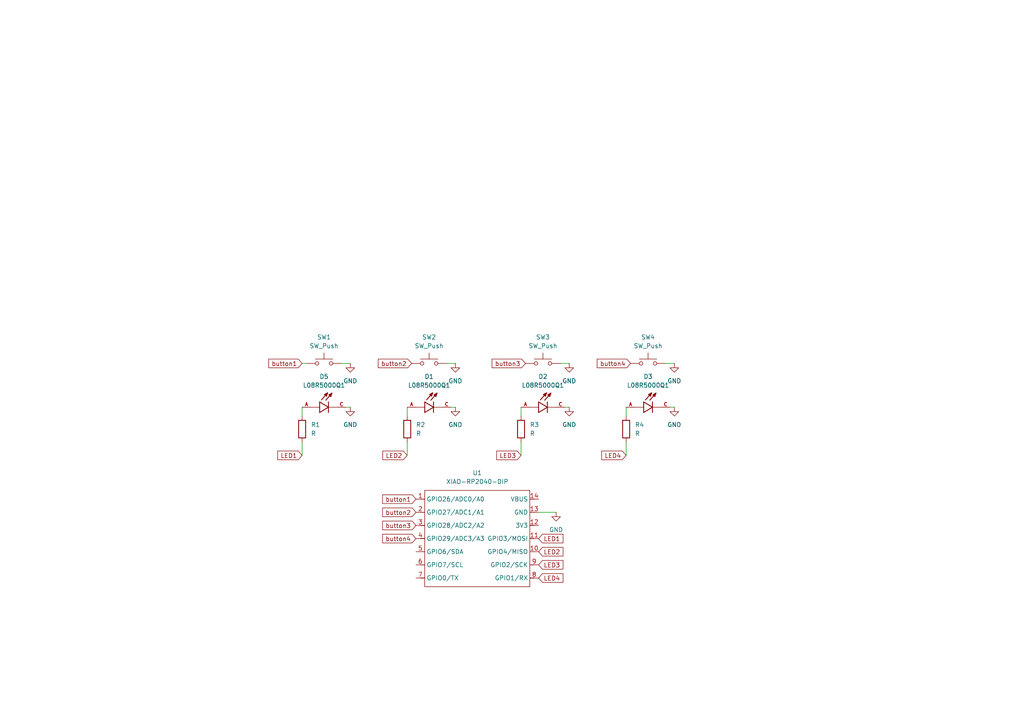
<source format=kicad_sch>
(kicad_sch
	(version 20250114)
	(generator "eeschema")
	(generator_version "9.0")
	(uuid "5f2adf14-d8a2-4446-9f46-d235e1906918")
	(paper "A4")
	(lib_symbols
		(symbol "Device:R"
			(pin_numbers
				(hide yes)
			)
			(pin_names
				(offset 0)
			)
			(exclude_from_sim no)
			(in_bom yes)
			(on_board yes)
			(property "Reference" "R"
				(at 2.032 0 90)
				(effects
					(font
						(size 1.27 1.27)
					)
				)
			)
			(property "Value" "R"
				(at 0 0 90)
				(effects
					(font
						(size 1.27 1.27)
					)
				)
			)
			(property "Footprint" ""
				(at -1.778 0 90)
				(effects
					(font
						(size 1.27 1.27)
					)
					(hide yes)
				)
			)
			(property "Datasheet" "~"
				(at 0 0 0)
				(effects
					(font
						(size 1.27 1.27)
					)
					(hide yes)
				)
			)
			(property "Description" "Resistor"
				(at 0 0 0)
				(effects
					(font
						(size 1.27 1.27)
					)
					(hide yes)
				)
			)
			(property "ki_keywords" "R res resistor"
				(at 0 0 0)
				(effects
					(font
						(size 1.27 1.27)
					)
					(hide yes)
				)
			)
			(property "ki_fp_filters" "R_*"
				(at 0 0 0)
				(effects
					(font
						(size 1.27 1.27)
					)
					(hide yes)
				)
			)
			(symbol "R_0_1"
				(rectangle
					(start -1.016 -2.54)
					(end 1.016 2.54)
					(stroke
						(width 0.254)
						(type default)
					)
					(fill
						(type none)
					)
				)
			)
			(symbol "R_1_1"
				(pin passive line
					(at 0 3.81 270)
					(length 1.27)
					(name "~"
						(effects
							(font
								(size 1.27 1.27)
							)
						)
					)
					(number "1"
						(effects
							(font
								(size 1.27 1.27)
							)
						)
					)
				)
				(pin passive line
					(at 0 -3.81 90)
					(length 1.27)
					(name "~"
						(effects
							(font
								(size 1.27 1.27)
							)
						)
					)
					(number "2"
						(effects
							(font
								(size 1.27 1.27)
							)
						)
					)
				)
			)
			(embedded_fonts no)
		)
		(symbol "L08R5000Q1:L08R5000Q1"
			(pin_names
				(offset 1.016)
			)
			(exclude_from_sim no)
			(in_bom yes)
			(on_board yes)
			(property "Reference" "D"
				(at -3.0988 4.4958 0)
				(effects
					(font
						(size 1.27 1.27)
					)
					(justify left bottom)
				)
			)
			(property "Value" "L08R5000Q1"
				(at -3.556 -3.302 0)
				(effects
					(font
						(size 1.27 1.27)
					)
					(justify left bottom)
				)
			)
			(property "Footprint" "L08R5000Q1:LEDRD254W57D500H1070"
				(at 0 0 0)
				(effects
					(font
						(size 1.27 1.27)
					)
					(justify bottom)
					(hide yes)
				)
			)
			(property "Datasheet" ""
				(at 0 0 0)
				(effects
					(font
						(size 1.27 1.27)
					)
					(hide yes)
				)
			)
			(property "Description" ""
				(at 0 0 0)
				(effects
					(font
						(size 1.27 1.27)
					)
					(hide yes)
				)
			)
			(property "MF" "LED Technology"
				(at 0 0 0)
				(effects
					(font
						(size 1.27 1.27)
					)
					(justify bottom)
					(hide yes)
				)
			)
			(property "MAXIMUM_PACKAGE_HEIGHT" "10.7mm"
				(at 0 0 0)
				(effects
					(font
						(size 1.27 1.27)
					)
					(justify bottom)
					(hide yes)
				)
			)
			(property "Package" "None"
				(at 0 0 0)
				(effects
					(font
						(size 1.27 1.27)
					)
					(justify bottom)
					(hide yes)
				)
			)
			(property "Price" "None"
				(at 0 0 0)
				(effects
					(font
						(size 1.27 1.27)
					)
					(justify bottom)
					(hide yes)
				)
			)
			(property "Check_prices" "https://www.snapeda.com/parts/L08R5000Q1/LED+Technology/view-part/?ref=eda"
				(at 0 0 0)
				(effects
					(font
						(size 1.27 1.27)
					)
					(justify bottom)
					(hide yes)
				)
			)
			(property "STANDARD" "IPC-7351B"
				(at 0 0 0)
				(effects
					(font
						(size 1.27 1.27)
					)
					(justify bottom)
					(hide yes)
				)
			)
			(property "PARTREV" "NA"
				(at 0 0 0)
				(effects
					(font
						(size 1.27 1.27)
					)
					(justify bottom)
					(hide yes)
				)
			)
			(property "SnapEDA_Link" "https://www.snapeda.com/parts/L08R5000Q1/LED+Technology/view-part/?ref=snap"
				(at 0 0 0)
				(effects
					(font
						(size 1.27 1.27)
					)
					(justify bottom)
					(hide yes)
				)
			)
			(property "MP" "L08R5000Q1"
				(at 0 0 0)
				(effects
					(font
						(size 1.27 1.27)
					)
					(justify bottom)
					(hide yes)
				)
			)
			(property "Description_1" "LED, 5MM, ORANGE; LED / Lamp Size: 5mm / T-1 3/4; LED Colour: Orange; Typ Luminous Intensity: 4.3mcd; Viewing Angle: ..."
				(at 0 0 0)
				(effects
					(font
						(size 1.27 1.27)
					)
					(justify bottom)
					(hide yes)
				)
			)
			(property "Availability" "Not in stock"
				(at 0 0 0)
				(effects
					(font
						(size 1.27 1.27)
					)
					(justify bottom)
					(hide yes)
				)
			)
			(property "MANUFACTURER" "LED TECHNOLOGY"
				(at 0 0 0)
				(effects
					(font
						(size 1.27 1.27)
					)
					(justify bottom)
					(hide yes)
				)
			)
			(symbol "L08R5000Q1_0_0"
				(polyline
					(pts
						(xy -2.54 1.524) (xy -2.54 0)
					)
					(stroke
						(width 0.254)
						(type default)
					)
					(fill
						(type none)
					)
				)
				(polyline
					(pts
						(xy -2.54 0) (xy -5.08 0)
					)
					(stroke
						(width 0.1524)
						(type default)
					)
					(fill
						(type none)
					)
				)
				(polyline
					(pts
						(xy -2.54 0) (xy -2.54 -1.524)
					)
					(stroke
						(width 0.254)
						(type default)
					)
					(fill
						(type none)
					)
				)
				(polyline
					(pts
						(xy -2.54 -1.524) (xy 0 0)
					)
					(stroke
						(width 0.254)
						(type default)
					)
					(fill
						(type none)
					)
				)
				(polyline
					(pts
						(xy -1.1176 3.683) (xy -0.2286 4.1656)
					)
					(stroke
						(width 0.254)
						(type default)
					)
					(fill
						(type none)
					)
				)
				(polyline
					(pts
						(xy -0.9398 3.6068) (xy -0.7112 3.7592)
					)
					(stroke
						(width 0.254)
						(type default)
					)
					(fill
						(type none)
					)
				)
				(polyline
					(pts
						(xy -0.5588 3.2004) (xy -1.1176 3.683)
					)
					(stroke
						(width 0.254)
						(type default)
					)
					(fill
						(type none)
					)
				)
				(polyline
					(pts
						(xy -0.5588 3.2004) (xy -0.5334 3.937)
					)
					(stroke
						(width 0.254)
						(type default)
					)
					(fill
						(type none)
					)
				)
				(polyline
					(pts
						(xy -0.5334 3.937) (xy -0.6604 3.937)
					)
					(stroke
						(width 0.254)
						(type default)
					)
					(fill
						(type none)
					)
				)
				(polyline
					(pts
						(xy -0.2286 4.1656) (xy -2.0066 2.1336)
					)
					(stroke
						(width 0.254)
						(type default)
					)
					(fill
						(type none)
					)
				)
				(polyline
					(pts
						(xy -0.2286 4.1656) (xy -0.5588 3.2004)
					)
					(stroke
						(width 0.254)
						(type default)
					)
					(fill
						(type none)
					)
				)
				(polyline
					(pts
						(xy 0 1.524) (xy 0 0)
					)
					(stroke
						(width 0.254)
						(type default)
					)
					(fill
						(type none)
					)
				)
				(polyline
					(pts
						(xy 0 0) (xy -2.54 1.524)
					)
					(stroke
						(width 0.254)
						(type default)
					)
					(fill
						(type none)
					)
				)
				(polyline
					(pts
						(xy 0 0) (xy 0 -1.524)
					)
					(stroke
						(width 0.254)
						(type default)
					)
					(fill
						(type none)
					)
				)
				(polyline
					(pts
						(xy 0.127 3.5814) (xy 1.016 4.064)
					)
					(stroke
						(width 0.254)
						(type default)
					)
					(fill
						(type none)
					)
				)
				(polyline
					(pts
						(xy 0.3048 3.5052) (xy 0.5334 3.6576)
					)
					(stroke
						(width 0.254)
						(type default)
					)
					(fill
						(type none)
					)
				)
				(polyline
					(pts
						(xy 0.6858 3.0988) (xy 0.127 3.5814)
					)
					(stroke
						(width 0.254)
						(type default)
					)
					(fill
						(type none)
					)
				)
				(polyline
					(pts
						(xy 0.6858 3.0988) (xy 0.7112 3.8354)
					)
					(stroke
						(width 0.254)
						(type default)
					)
					(fill
						(type none)
					)
				)
				(polyline
					(pts
						(xy 0.7112 3.8354) (xy 0.5842 3.8354)
					)
					(stroke
						(width 0.254)
						(type default)
					)
					(fill
						(type none)
					)
				)
				(polyline
					(pts
						(xy 1.016 4.064) (xy -0.762 2.032)
					)
					(stroke
						(width 0.254)
						(type default)
					)
					(fill
						(type none)
					)
				)
				(polyline
					(pts
						(xy 1.016 4.064) (xy 0.6858 3.0988)
					)
					(stroke
						(width 0.254)
						(type default)
					)
					(fill
						(type none)
					)
				)
				(polyline
					(pts
						(xy 2.54 0) (xy 0 0)
					)
					(stroke
						(width 0.1524)
						(type default)
					)
					(fill
						(type none)
					)
				)
				(pin passive line
					(at -7.62 0 0)
					(length 2.54)
					(name "~"
						(effects
							(font
								(size 1.016 1.016)
							)
						)
					)
					(number "A"
						(effects
							(font
								(size 1.016 1.016)
							)
						)
					)
				)
				(pin passive line
					(at 5.08 0 180)
					(length 2.54)
					(name "~"
						(effects
							(font
								(size 1.016 1.016)
							)
						)
					)
					(number "C"
						(effects
							(font
								(size 1.016 1.016)
							)
						)
					)
				)
			)
			(embedded_fonts no)
		)
		(symbol "OPL:XIAO-RP2040-DIP"
			(exclude_from_sim no)
			(in_bom yes)
			(on_board yes)
			(property "Reference" "U"
				(at 0 0 0)
				(effects
					(font
						(size 1.27 1.27)
					)
				)
			)
			(property "Value" "XIAO-RP2040-DIP"
				(at 5.334 -1.778 0)
				(effects
					(font
						(size 1.27 1.27)
					)
				)
			)
			(property "Footprint" "Module:MOUDLE14P-XIAO-DIP-SMD"
				(at 14.478 -32.258 0)
				(effects
					(font
						(size 1.27 1.27)
					)
					(hide yes)
				)
			)
			(property "Datasheet" ""
				(at 0 0 0)
				(effects
					(font
						(size 1.27 1.27)
					)
					(hide yes)
				)
			)
			(property "Description" ""
				(at 0 0 0)
				(effects
					(font
						(size 1.27 1.27)
					)
					(hide yes)
				)
			)
			(symbol "XIAO-RP2040-DIP_1_0"
				(polyline
					(pts
						(xy -1.27 -2.54) (xy 29.21 -2.54)
					)
					(stroke
						(width 0.1524)
						(type solid)
					)
					(fill
						(type none)
					)
				)
				(polyline
					(pts
						(xy -1.27 -5.08) (xy -2.54 -5.08)
					)
					(stroke
						(width 0.1524)
						(type solid)
					)
					(fill
						(type none)
					)
				)
				(polyline
					(pts
						(xy -1.27 -5.08) (xy -1.27 -2.54)
					)
					(stroke
						(width 0.1524)
						(type solid)
					)
					(fill
						(type none)
					)
				)
				(polyline
					(pts
						(xy -1.27 -8.89) (xy -2.54 -8.89)
					)
					(stroke
						(width 0.1524)
						(type solid)
					)
					(fill
						(type none)
					)
				)
				(polyline
					(pts
						(xy -1.27 -8.89) (xy -1.27 -5.08)
					)
					(stroke
						(width 0.1524)
						(type solid)
					)
					(fill
						(type none)
					)
				)
				(polyline
					(pts
						(xy -1.27 -12.7) (xy -2.54 -12.7)
					)
					(stroke
						(width 0.1524)
						(type solid)
					)
					(fill
						(type none)
					)
				)
				(polyline
					(pts
						(xy -1.27 -12.7) (xy -1.27 -8.89)
					)
					(stroke
						(width 0.1524)
						(type solid)
					)
					(fill
						(type none)
					)
				)
				(polyline
					(pts
						(xy -1.27 -16.51) (xy -2.54 -16.51)
					)
					(stroke
						(width 0.1524)
						(type solid)
					)
					(fill
						(type none)
					)
				)
				(polyline
					(pts
						(xy -1.27 -16.51) (xy -1.27 -12.7)
					)
					(stroke
						(width 0.1524)
						(type solid)
					)
					(fill
						(type none)
					)
				)
				(polyline
					(pts
						(xy -1.27 -20.32) (xy -2.54 -20.32)
					)
					(stroke
						(width 0.1524)
						(type solid)
					)
					(fill
						(type none)
					)
				)
				(polyline
					(pts
						(xy -1.27 -24.13) (xy -2.54 -24.13)
					)
					(stroke
						(width 0.1524)
						(type solid)
					)
					(fill
						(type none)
					)
				)
				(polyline
					(pts
						(xy -1.27 -27.94) (xy -2.54 -27.94)
					)
					(stroke
						(width 0.1524)
						(type solid)
					)
					(fill
						(type none)
					)
				)
				(polyline
					(pts
						(xy -1.27 -30.48) (xy -1.27 -16.51)
					)
					(stroke
						(width 0.1524)
						(type solid)
					)
					(fill
						(type none)
					)
				)
				(polyline
					(pts
						(xy 29.21 -2.54) (xy 29.21 -5.08)
					)
					(stroke
						(width 0.1524)
						(type solid)
					)
					(fill
						(type none)
					)
				)
				(polyline
					(pts
						(xy 29.21 -5.08) (xy 29.21 -8.89)
					)
					(stroke
						(width 0.1524)
						(type solid)
					)
					(fill
						(type none)
					)
				)
				(polyline
					(pts
						(xy 29.21 -8.89) (xy 29.21 -12.7)
					)
					(stroke
						(width 0.1524)
						(type solid)
					)
					(fill
						(type none)
					)
				)
				(polyline
					(pts
						(xy 29.21 -12.7) (xy 29.21 -30.48)
					)
					(stroke
						(width 0.1524)
						(type solid)
					)
					(fill
						(type none)
					)
				)
				(polyline
					(pts
						(xy 29.21 -30.48) (xy -1.27 -30.48)
					)
					(stroke
						(width 0.1524)
						(type solid)
					)
					(fill
						(type none)
					)
				)
				(polyline
					(pts
						(xy 30.48 -5.08) (xy 29.21 -5.08)
					)
					(stroke
						(width 0.1524)
						(type solid)
					)
					(fill
						(type none)
					)
				)
				(polyline
					(pts
						(xy 30.48 -8.89) (xy 29.21 -8.89)
					)
					(stroke
						(width 0.1524)
						(type solid)
					)
					(fill
						(type none)
					)
				)
				(polyline
					(pts
						(xy 30.48 -12.7) (xy 29.21 -12.7)
					)
					(stroke
						(width 0.1524)
						(type solid)
					)
					(fill
						(type none)
					)
				)
				(polyline
					(pts
						(xy 30.48 -16.51) (xy 29.21 -16.51)
					)
					(stroke
						(width 0.1524)
						(type solid)
					)
					(fill
						(type none)
					)
				)
				(polyline
					(pts
						(xy 30.48 -20.32) (xy 29.21 -20.32)
					)
					(stroke
						(width 0.1524)
						(type solid)
					)
					(fill
						(type none)
					)
				)
				(polyline
					(pts
						(xy 30.48 -24.13) (xy 29.21 -24.13)
					)
					(stroke
						(width 0.1524)
						(type solid)
					)
					(fill
						(type none)
					)
				)
				(polyline
					(pts
						(xy 30.48 -27.94) (xy 29.21 -27.94)
					)
					(stroke
						(width 0.1524)
						(type solid)
					)
					(fill
						(type none)
					)
				)
				(pin passive line
					(at -3.81 -5.08 0)
					(length 2.54)
					(name "GPIO26/ADC0/A0"
						(effects
							(font
								(size 1.27 1.27)
							)
						)
					)
					(number "1"
						(effects
							(font
								(size 1.27 1.27)
							)
						)
					)
				)
				(pin passive line
					(at -3.81 -8.89 0)
					(length 2.54)
					(name "GPIO27/ADC1/A1"
						(effects
							(font
								(size 1.27 1.27)
							)
						)
					)
					(number "2"
						(effects
							(font
								(size 1.27 1.27)
							)
						)
					)
				)
				(pin passive line
					(at -3.81 -12.7 0)
					(length 2.54)
					(name "GPIO28/ADC2/A2"
						(effects
							(font
								(size 1.27 1.27)
							)
						)
					)
					(number "3"
						(effects
							(font
								(size 1.27 1.27)
							)
						)
					)
				)
				(pin passive line
					(at -3.81 -16.51 0)
					(length 2.54)
					(name "GPIO29/ADC3/A3"
						(effects
							(font
								(size 1.27 1.27)
							)
						)
					)
					(number "4"
						(effects
							(font
								(size 1.27 1.27)
							)
						)
					)
				)
				(pin passive line
					(at -3.81 -20.32 0)
					(length 2.54)
					(name "GPIO6/SDA"
						(effects
							(font
								(size 1.27 1.27)
							)
						)
					)
					(number "5"
						(effects
							(font
								(size 1.27 1.27)
							)
						)
					)
				)
				(pin passive line
					(at -3.81 -24.13 0)
					(length 2.54)
					(name "GPIO7/SCL"
						(effects
							(font
								(size 1.27 1.27)
							)
						)
					)
					(number "6"
						(effects
							(font
								(size 1.27 1.27)
							)
						)
					)
				)
				(pin passive line
					(at -3.81 -27.94 0)
					(length 2.54)
					(name "GPIO0/TX"
						(effects
							(font
								(size 1.27 1.27)
							)
						)
					)
					(number "7"
						(effects
							(font
								(size 1.27 1.27)
							)
						)
					)
				)
				(pin passive line
					(at 31.75 -5.08 180)
					(length 2.54)
					(name "VBUS"
						(effects
							(font
								(size 1.27 1.27)
							)
						)
					)
					(number "14"
						(effects
							(font
								(size 1.27 1.27)
							)
						)
					)
				)
				(pin passive line
					(at 31.75 -8.89 180)
					(length 2.54)
					(name "GND"
						(effects
							(font
								(size 1.27 1.27)
							)
						)
					)
					(number "13"
						(effects
							(font
								(size 1.27 1.27)
							)
						)
					)
				)
				(pin passive line
					(at 31.75 -12.7 180)
					(length 2.54)
					(name "3V3"
						(effects
							(font
								(size 1.27 1.27)
							)
						)
					)
					(number "12"
						(effects
							(font
								(size 1.27 1.27)
							)
						)
					)
				)
				(pin passive line
					(at 31.75 -16.51 180)
					(length 2.54)
					(name "GPIO3/MOSI"
						(effects
							(font
								(size 1.27 1.27)
							)
						)
					)
					(number "11"
						(effects
							(font
								(size 1.27 1.27)
							)
						)
					)
				)
				(pin passive line
					(at 31.75 -20.32 180)
					(length 2.54)
					(name "GPIO4/MISO"
						(effects
							(font
								(size 1.27 1.27)
							)
						)
					)
					(number "10"
						(effects
							(font
								(size 1.27 1.27)
							)
						)
					)
				)
				(pin passive line
					(at 31.75 -24.13 180)
					(length 2.54)
					(name "GPIO2/SCK"
						(effects
							(font
								(size 1.27 1.27)
							)
						)
					)
					(number "9"
						(effects
							(font
								(size 1.27 1.27)
							)
						)
					)
				)
				(pin passive line
					(at 31.75 -27.94 180)
					(length 2.54)
					(name "GPIO1/RX"
						(effects
							(font
								(size 1.27 1.27)
							)
						)
					)
					(number "8"
						(effects
							(font
								(size 1.27 1.27)
							)
						)
					)
				)
			)
			(embedded_fonts no)
		)
		(symbol "Switch:SW_Push"
			(pin_numbers
				(hide yes)
			)
			(pin_names
				(offset 1.016)
				(hide yes)
			)
			(exclude_from_sim no)
			(in_bom yes)
			(on_board yes)
			(property "Reference" "SW"
				(at 1.27 2.54 0)
				(effects
					(font
						(size 1.27 1.27)
					)
					(justify left)
				)
			)
			(property "Value" "SW_Push"
				(at 0 -1.524 0)
				(effects
					(font
						(size 1.27 1.27)
					)
				)
			)
			(property "Footprint" ""
				(at 0 5.08 0)
				(effects
					(font
						(size 1.27 1.27)
					)
					(hide yes)
				)
			)
			(property "Datasheet" "~"
				(at 0 5.08 0)
				(effects
					(font
						(size 1.27 1.27)
					)
					(hide yes)
				)
			)
			(property "Description" "Push button switch, generic, two pins"
				(at 0 0 0)
				(effects
					(font
						(size 1.27 1.27)
					)
					(hide yes)
				)
			)
			(property "ki_keywords" "switch normally-open pushbutton push-button"
				(at 0 0 0)
				(effects
					(font
						(size 1.27 1.27)
					)
					(hide yes)
				)
			)
			(symbol "SW_Push_0_1"
				(circle
					(center -2.032 0)
					(radius 0.508)
					(stroke
						(width 0)
						(type default)
					)
					(fill
						(type none)
					)
				)
				(polyline
					(pts
						(xy 0 1.27) (xy 0 3.048)
					)
					(stroke
						(width 0)
						(type default)
					)
					(fill
						(type none)
					)
				)
				(circle
					(center 2.032 0)
					(radius 0.508)
					(stroke
						(width 0)
						(type default)
					)
					(fill
						(type none)
					)
				)
				(polyline
					(pts
						(xy 2.54 1.27) (xy -2.54 1.27)
					)
					(stroke
						(width 0)
						(type default)
					)
					(fill
						(type none)
					)
				)
				(pin passive line
					(at -5.08 0 0)
					(length 2.54)
					(name "1"
						(effects
							(font
								(size 1.27 1.27)
							)
						)
					)
					(number "1"
						(effects
							(font
								(size 1.27 1.27)
							)
						)
					)
				)
				(pin passive line
					(at 5.08 0 180)
					(length 2.54)
					(name "2"
						(effects
							(font
								(size 1.27 1.27)
							)
						)
					)
					(number "2"
						(effects
							(font
								(size 1.27 1.27)
							)
						)
					)
				)
			)
			(embedded_fonts no)
		)
		(symbol "power:GND"
			(power)
			(pin_numbers
				(hide yes)
			)
			(pin_names
				(offset 0)
				(hide yes)
			)
			(exclude_from_sim no)
			(in_bom yes)
			(on_board yes)
			(property "Reference" "#PWR"
				(at 0 -6.35 0)
				(effects
					(font
						(size 1.27 1.27)
					)
					(hide yes)
				)
			)
			(property "Value" "GND"
				(at 0 -3.81 0)
				(effects
					(font
						(size 1.27 1.27)
					)
				)
			)
			(property "Footprint" ""
				(at 0 0 0)
				(effects
					(font
						(size 1.27 1.27)
					)
					(hide yes)
				)
			)
			(property "Datasheet" ""
				(at 0 0 0)
				(effects
					(font
						(size 1.27 1.27)
					)
					(hide yes)
				)
			)
			(property "Description" "Power symbol creates a global label with name \"GND\" , ground"
				(at 0 0 0)
				(effects
					(font
						(size 1.27 1.27)
					)
					(hide yes)
				)
			)
			(property "ki_keywords" "global power"
				(at 0 0 0)
				(effects
					(font
						(size 1.27 1.27)
					)
					(hide yes)
				)
			)
			(symbol "GND_0_1"
				(polyline
					(pts
						(xy 0 0) (xy 0 -1.27) (xy 1.27 -1.27) (xy 0 -2.54) (xy -1.27 -1.27) (xy 0 -1.27)
					)
					(stroke
						(width 0)
						(type default)
					)
					(fill
						(type none)
					)
				)
			)
			(symbol "GND_1_1"
				(pin power_in line
					(at 0 0 270)
					(length 0)
					(name "~"
						(effects
							(font
								(size 1.27 1.27)
							)
						)
					)
					(number "1"
						(effects
							(font
								(size 1.27 1.27)
							)
						)
					)
				)
			)
			(embedded_fonts no)
		)
	)
	(wire
		(pts
			(xy 130.81 118.11) (xy 132.08 118.11)
		)
		(stroke
			(width 0)
			(type default)
		)
		(uuid "0371eb60-e171-4c53-86a9-c0c30a09ddb5")
	)
	(wire
		(pts
			(xy 156.21 148.59) (xy 161.29 148.59)
		)
		(stroke
			(width 0)
			(type default)
		)
		(uuid "03854b15-8e7e-4765-9afa-23d550711641")
	)
	(wire
		(pts
			(xy 194.31 118.11) (xy 195.58 118.11)
		)
		(stroke
			(width 0)
			(type default)
		)
		(uuid "083770ec-41bc-48ea-8143-f68b9fbeb7c1")
	)
	(wire
		(pts
			(xy 129.54 105.41) (xy 132.08 105.41)
		)
		(stroke
			(width 0)
			(type default)
		)
		(uuid "181586b7-523c-47b4-8277-93a949fd9454")
	)
	(wire
		(pts
			(xy 162.56 105.41) (xy 165.1 105.41)
		)
		(stroke
			(width 0)
			(type default)
		)
		(uuid "3b0bad70-9e01-40bd-824b-6e45a8640ca3")
	)
	(wire
		(pts
			(xy 118.11 128.27) (xy 118.11 132.08)
		)
		(stroke
			(width 0)
			(type default)
		)
		(uuid "4b9e9320-c6d9-42a8-9dd1-b9d0cf5dcbc9")
	)
	(wire
		(pts
			(xy 163.83 118.11) (xy 165.1 118.11)
		)
		(stroke
			(width 0)
			(type default)
		)
		(uuid "50b299ca-66f8-435f-9aea-82c0bbb428ab")
	)
	(wire
		(pts
			(xy 88.9 105.41) (xy 87.63 105.41)
		)
		(stroke
			(width 0)
			(type default)
		)
		(uuid "68464b46-fcbd-4c4a-8a58-6cca2358a323")
	)
	(wire
		(pts
			(xy 151.13 120.65) (xy 151.13 118.11)
		)
		(stroke
			(width 0)
			(type default)
		)
		(uuid "80ef4032-fa7a-48aa-a95a-bbe48c588382")
	)
	(wire
		(pts
			(xy 99.06 105.41) (xy 101.6 105.41)
		)
		(stroke
			(width 0)
			(type default)
		)
		(uuid "8cc6695d-fa94-4ce3-b623-493a0098df18")
	)
	(wire
		(pts
			(xy 87.63 120.65) (xy 87.63 118.11)
		)
		(stroke
			(width 0)
			(type default)
		)
		(uuid "93a7ba70-4b0a-43d9-92a2-7d345ff554f7")
	)
	(wire
		(pts
			(xy 118.11 120.65) (xy 118.11 118.11)
		)
		(stroke
			(width 0)
			(type default)
		)
		(uuid "a4db5677-68c6-4a34-bd08-0743ba15f300")
	)
	(wire
		(pts
			(xy 100.33 118.11) (xy 101.6 118.11)
		)
		(stroke
			(width 0)
			(type default)
		)
		(uuid "a89e4e20-3945-4e45-ad21-621ee45fa0ef")
	)
	(wire
		(pts
			(xy 193.04 105.41) (xy 195.58 105.41)
		)
		(stroke
			(width 0)
			(type default)
		)
		(uuid "b5559922-7c55-41bf-b053-43f4dea8dffd")
	)
	(wire
		(pts
			(xy 87.63 128.27) (xy 87.63 132.08)
		)
		(stroke
			(width 0)
			(type default)
		)
		(uuid "cb4926d5-65ce-42b7-84f1-5f21a3895d5f")
	)
	(wire
		(pts
			(xy 151.13 128.27) (xy 151.13 132.08)
		)
		(stroke
			(width 0)
			(type default)
		)
		(uuid "db94daf9-8825-447b-b03f-ed73643aeded")
	)
	(wire
		(pts
			(xy 181.61 120.65) (xy 181.61 118.11)
		)
		(stroke
			(width 0)
			(type default)
		)
		(uuid "eb9a7528-61cf-48e0-9ace-d9cb15a911d3")
	)
	(wire
		(pts
			(xy 181.61 128.27) (xy 181.61 132.08)
		)
		(stroke
			(width 0)
			(type default)
		)
		(uuid "f1339340-b913-4ed4-a533-33334ff55690")
	)
	(global_label "LED1"
		(shape input)
		(at 87.63 132.08 180)
		(fields_autoplaced yes)
		(effects
			(font
				(size 1.27 1.27)
			)
			(justify right)
		)
		(uuid "2b50a8d9-f58a-4dd5-b731-0075bb84d3e3")
		(property "Intersheetrefs" "${INTERSHEET_REFS}"
			(at 79.9882 132.08 0)
			(effects
				(font
					(size 1.27 1.27)
				)
				(justify right)
				(hide yes)
			)
		)
	)
	(global_label "button3"
		(shape input)
		(at 152.4 105.41 180)
		(fields_autoplaced yes)
		(effects
			(font
				(size 1.27 1.27)
			)
			(justify right)
		)
		(uuid "2b926081-05da-44f7-a0db-ca37969aa53f")
		(property "Intersheetrefs" "${INTERSHEET_REFS}"
			(at 142.1579 105.41 0)
			(effects
				(font
					(size 1.27 1.27)
				)
				(justify right)
				(hide yes)
			)
		)
	)
	(global_label "button4"
		(shape input)
		(at 182.88 105.41 180)
		(fields_autoplaced yes)
		(effects
			(font
				(size 1.27 1.27)
			)
			(justify right)
		)
		(uuid "32f85f4a-1d11-4fa0-99f6-56c881259dbd")
		(property "Intersheetrefs" "${INTERSHEET_REFS}"
			(at 172.6379 105.41 0)
			(effects
				(font
					(size 1.27 1.27)
				)
				(justify right)
				(hide yes)
			)
		)
	)
	(global_label "button3"
		(shape input)
		(at 120.65 152.4 180)
		(fields_autoplaced yes)
		(effects
			(font
				(size 1.27 1.27)
			)
			(justify right)
		)
		(uuid "38de013c-202c-4e90-8a3a-f024f29d7368")
		(property "Intersheetrefs" "${INTERSHEET_REFS}"
			(at 110.4079 152.4 0)
			(effects
				(font
					(size 1.27 1.27)
				)
				(justify right)
				(hide yes)
			)
		)
	)
	(global_label "LED4"
		(shape input)
		(at 181.61 132.08 180)
		(fields_autoplaced yes)
		(effects
			(font
				(size 1.27 1.27)
			)
			(justify right)
		)
		(uuid "3f431506-4aa3-411a-881d-a9538752ab63")
		(property "Intersheetrefs" "${INTERSHEET_REFS}"
			(at 173.9682 132.08 0)
			(effects
				(font
					(size 1.27 1.27)
				)
				(justify right)
				(hide yes)
			)
		)
	)
	(global_label "LED3"
		(shape input)
		(at 151.13 132.08 180)
		(fields_autoplaced yes)
		(effects
			(font
				(size 1.27 1.27)
			)
			(justify right)
		)
		(uuid "4c9b0db6-8932-412e-9004-78b5b924e36d")
		(property "Intersheetrefs" "${INTERSHEET_REFS}"
			(at 143.4882 132.08 0)
			(effects
				(font
					(size 1.27 1.27)
				)
				(justify right)
				(hide yes)
			)
		)
	)
	(global_label "LED2"
		(shape input)
		(at 156.21 160.02 0)
		(fields_autoplaced yes)
		(effects
			(font
				(size 1.27 1.27)
			)
			(justify left)
		)
		(uuid "79420885-4e28-481e-b919-c30e71b2cd4c")
		(property "Intersheetrefs" "${INTERSHEET_REFS}"
			(at 163.8518 160.02 0)
			(effects
				(font
					(size 1.27 1.27)
				)
				(justify left)
				(hide yes)
			)
		)
	)
	(global_label "LED4"
		(shape input)
		(at 156.21 167.64 0)
		(fields_autoplaced yes)
		(effects
			(font
				(size 1.27 1.27)
			)
			(justify left)
		)
		(uuid "7a816df2-bd7b-4800-be3a-26f93c72e5e2")
		(property "Intersheetrefs" "${INTERSHEET_REFS}"
			(at 163.8518 167.64 0)
			(effects
				(font
					(size 1.27 1.27)
				)
				(justify left)
				(hide yes)
			)
		)
	)
	(global_label "button1"
		(shape input)
		(at 87.63 105.41 180)
		(fields_autoplaced yes)
		(effects
			(font
				(size 1.27 1.27)
			)
			(justify right)
		)
		(uuid "7bad79e7-13d6-4b1d-a9a4-cade0c4a5237")
		(property "Intersheetrefs" "${INTERSHEET_REFS}"
			(at 77.3879 105.41 0)
			(effects
				(font
					(size 1.27 1.27)
				)
				(justify right)
				(hide yes)
			)
		)
	)
	(global_label "LED1"
		(shape input)
		(at 156.21 156.21 0)
		(fields_autoplaced yes)
		(effects
			(font
				(size 1.27 1.27)
			)
			(justify left)
		)
		(uuid "9fa463d3-22cc-4b93-8fe1-9b8828d4b110")
		(property "Intersheetrefs" "${INTERSHEET_REFS}"
			(at 163.8518 156.21 0)
			(effects
				(font
					(size 1.27 1.27)
				)
				(justify left)
				(hide yes)
			)
		)
	)
	(global_label "button4"
		(shape input)
		(at 120.65 156.21 180)
		(fields_autoplaced yes)
		(effects
			(font
				(size 1.27 1.27)
			)
			(justify right)
		)
		(uuid "a9bfb691-75f5-4ea5-a9ec-4965538e1d28")
		(property "Intersheetrefs" "${INTERSHEET_REFS}"
			(at 110.4079 156.21 0)
			(effects
				(font
					(size 1.27 1.27)
				)
				(justify right)
				(hide yes)
			)
		)
	)
	(global_label "button1"
		(shape input)
		(at 120.65 144.78 180)
		(fields_autoplaced yes)
		(effects
			(font
				(size 1.27 1.27)
			)
			(justify right)
		)
		(uuid "b1620d5f-5460-484a-b389-a865e5e3de84")
		(property "Intersheetrefs" "${INTERSHEET_REFS}"
			(at 110.4079 144.78 0)
			(effects
				(font
					(size 1.27 1.27)
				)
				(justify right)
				(hide yes)
			)
		)
	)
	(global_label "button2"
		(shape input)
		(at 119.38 105.41 180)
		(fields_autoplaced yes)
		(effects
			(font
				(size 1.27 1.27)
			)
			(justify right)
		)
		(uuid "b5486727-d9c8-4076-9293-91e47dc615b2")
		(property "Intersheetrefs" "${INTERSHEET_REFS}"
			(at 109.1379 105.41 0)
			(effects
				(font
					(size 1.27 1.27)
				)
				(justify right)
				(hide yes)
			)
		)
	)
	(global_label "button2"
		(shape input)
		(at 120.65 148.59 180)
		(fields_autoplaced yes)
		(effects
			(font
				(size 1.27 1.27)
			)
			(justify right)
		)
		(uuid "cf55caa9-ab8a-415a-9f1e-fd13c328345c")
		(property "Intersheetrefs" "${INTERSHEET_REFS}"
			(at 110.4079 148.59 0)
			(effects
				(font
					(size 1.27 1.27)
				)
				(justify right)
				(hide yes)
			)
		)
	)
	(global_label "LED3"
		(shape input)
		(at 156.21 163.83 0)
		(fields_autoplaced yes)
		(effects
			(font
				(size 1.27 1.27)
			)
			(justify left)
		)
		(uuid "ebafce27-80e2-4db8-a764-05906050ca12")
		(property "Intersheetrefs" "${INTERSHEET_REFS}"
			(at 163.8518 163.83 0)
			(effects
				(font
					(size 1.27 1.27)
				)
				(justify left)
				(hide yes)
			)
		)
	)
	(global_label "LED2"
		(shape input)
		(at 118.11 132.08 180)
		(fields_autoplaced yes)
		(effects
			(font
				(size 1.27 1.27)
			)
			(justify right)
		)
		(uuid "ecc68a2d-1c8e-4c4a-b00a-016a24f37465")
		(property "Intersheetrefs" "${INTERSHEET_REFS}"
			(at 110.4682 132.08 0)
			(effects
				(font
					(size 1.27 1.27)
				)
				(justify right)
				(hide yes)
			)
		)
	)
	(symbol
		(lib_id "Device:R")
		(at 87.63 124.46 0)
		(unit 1)
		(exclude_from_sim no)
		(in_bom yes)
		(on_board yes)
		(dnp no)
		(fields_autoplaced yes)
		(uuid "0f9df5b2-5612-465c-80ea-b5e8e6c0d070")
		(property "Reference" "R1"
			(at 90.17 123.1899 0)
			(effects
				(font
					(size 1.27 1.27)
				)
				(justify left)
			)
		)
		(property "Value" "R"
			(at 90.17 125.7299 0)
			(effects
				(font
					(size 1.27 1.27)
				)
				(justify left)
			)
		)
		(property "Footprint" "Resistor_THT:R_Axial_DIN0204_L3.6mm_D1.6mm_P5.08mm_Horizontal"
			(at 85.852 124.46 90)
			(effects
				(font
					(size 1.27 1.27)
				)
				(hide yes)
			)
		)
		(property "Datasheet" "~"
			(at 87.63 124.46 0)
			(effects
				(font
					(size 1.27 1.27)
				)
				(hide yes)
			)
		)
		(property "Description" "Resistor"
			(at 87.63 124.46 0)
			(effects
				(font
					(size 1.27 1.27)
				)
				(hide yes)
			)
		)
		(pin "2"
			(uuid "c9a4b1fb-68e3-487b-88fb-83729ae3572c")
		)
		(pin "1"
			(uuid "44c12632-3680-4bb8-b993-393bbd996224")
		)
		(instances
			(project ""
				(path "/5f2adf14-d8a2-4446-9f46-d235e1906918"
					(reference "R1")
					(unit 1)
				)
			)
		)
	)
	(symbol
		(lib_id "power:GND")
		(at 161.29 148.59 0)
		(unit 1)
		(exclude_from_sim no)
		(in_bom yes)
		(on_board yes)
		(dnp no)
		(fields_autoplaced yes)
		(uuid "20be0161-6e41-4f7f-a03d-78a77bae7380")
		(property "Reference" "#PWR01"
			(at 161.29 154.94 0)
			(effects
				(font
					(size 1.27 1.27)
				)
				(hide yes)
			)
		)
		(property "Value" "GND"
			(at 161.29 153.67 0)
			(effects
				(font
					(size 1.27 1.27)
				)
			)
		)
		(property "Footprint" ""
			(at 161.29 148.59 0)
			(effects
				(font
					(size 1.27 1.27)
				)
				(hide yes)
			)
		)
		(property "Datasheet" ""
			(at 161.29 148.59 0)
			(effects
				(font
					(size 1.27 1.27)
				)
				(hide yes)
			)
		)
		(property "Description" "Power symbol creates a global label with name \"GND\" , ground"
			(at 161.29 148.59 0)
			(effects
				(font
					(size 1.27 1.27)
				)
				(hide yes)
			)
		)
		(pin "1"
			(uuid "8b94ebb0-dc5e-4c77-a280-6ceb80eb62ef")
		)
		(instances
			(project ""
				(path "/5f2adf14-d8a2-4446-9f46-d235e1906918"
					(reference "#PWR01")
					(unit 1)
				)
			)
		)
	)
	(symbol
		(lib_id "L08R5000Q1:L08R5000Q1")
		(at 95.25 118.11 0)
		(unit 1)
		(exclude_from_sim no)
		(in_bom yes)
		(on_board yes)
		(dnp no)
		(fields_autoplaced yes)
		(uuid "306e5aff-bbd9-41c0-8aed-d09945648fb1")
		(property "Reference" "D5"
			(at 93.98 109.22 0)
			(effects
				(font
					(size 1.27 1.27)
				)
			)
		)
		(property "Value" "L08R5000Q1"
			(at 93.98 111.76 0)
			(effects
				(font
					(size 1.27 1.27)
				)
			)
		)
		(property "Footprint" "L08R5000Q1:LEDRD254W57D500H1070"
			(at 95.25 118.11 0)
			(effects
				(font
					(size 1.27 1.27)
				)
				(justify bottom)
				(hide yes)
			)
		)
		(property "Datasheet" ""
			(at 95.25 118.11 0)
			(effects
				(font
					(size 1.27 1.27)
				)
				(hide yes)
			)
		)
		(property "Description" ""
			(at 95.25 118.11 0)
			(effects
				(font
					(size 1.27 1.27)
				)
				(hide yes)
			)
		)
		(property "MF" "LED Technology"
			(at 95.25 118.11 0)
			(effects
				(font
					(size 1.27 1.27)
				)
				(justify bottom)
				(hide yes)
			)
		)
		(property "MAXIMUM_PACKAGE_HEIGHT" "10.7mm"
			(at 95.25 118.11 0)
			(effects
				(font
					(size 1.27 1.27)
				)
				(justify bottom)
				(hide yes)
			)
		)
		(property "Package" "None"
			(at 95.25 118.11 0)
			(effects
				(font
					(size 1.27 1.27)
				)
				(justify bottom)
				(hide yes)
			)
		)
		(property "Price" "None"
			(at 95.25 118.11 0)
			(effects
				(font
					(size 1.27 1.27)
				)
				(justify bottom)
				(hide yes)
			)
		)
		(property "Check_prices" "https://www.snapeda.com/parts/L08R5000Q1/LED+Technology/view-part/?ref=eda"
			(at 95.25 118.11 0)
			(effects
				(font
					(size 1.27 1.27)
				)
				(justify bottom)
				(hide yes)
			)
		)
		(property "STANDARD" "IPC-7351B"
			(at 95.25 118.11 0)
			(effects
				(font
					(size 1.27 1.27)
				)
				(justify bottom)
				(hide yes)
			)
		)
		(property "PARTREV" "NA"
			(at 95.25 118.11 0)
			(effects
				(font
					(size 1.27 1.27)
				)
				(justify bottom)
				(hide yes)
			)
		)
		(property "SnapEDA_Link" "https://www.snapeda.com/parts/L08R5000Q1/LED+Technology/view-part/?ref=snap"
			(at 95.25 118.11 0)
			(effects
				(font
					(size 1.27 1.27)
				)
				(justify bottom)
				(hide yes)
			)
		)
		(property "MP" "L08R5000Q1"
			(at 95.25 118.11 0)
			(effects
				(font
					(size 1.27 1.27)
				)
				(justify bottom)
				(hide yes)
			)
		)
		(property "Description_1" "LED, 5MM, ORANGE; LED / Lamp Size: 5mm / T-1 3/4; LED Colour: Orange; Typ Luminous Intensity: 4.3mcd; Viewing Angle: ..."
			(at 95.25 118.11 0)
			(effects
				(font
					(size 1.27 1.27)
				)
				(justify bottom)
				(hide yes)
			)
		)
		(property "Availability" "Not in stock"
			(at 95.25 118.11 0)
			(effects
				(font
					(size 1.27 1.27)
				)
				(justify bottom)
				(hide yes)
			)
		)
		(property "MANUFACTURER" "LED TECHNOLOGY"
			(at 95.25 118.11 0)
			(effects
				(font
					(size 1.27 1.27)
				)
				(justify bottom)
				(hide yes)
			)
		)
		(pin "C"
			(uuid "6b590c7d-22f2-4cdd-9472-e1c2cb037526")
		)
		(pin "A"
			(uuid "19f328fd-db9b-4c6b-be5d-bd7ec2e0d138")
		)
		(instances
			(project "pioneer"
				(path "/5f2adf14-d8a2-4446-9f46-d235e1906918"
					(reference "D5")
					(unit 1)
				)
			)
		)
	)
	(symbol
		(lib_id "power:GND")
		(at 165.1 105.41 0)
		(unit 1)
		(exclude_from_sim no)
		(in_bom yes)
		(on_board yes)
		(dnp no)
		(fields_autoplaced yes)
		(uuid "49597bae-afd7-49cd-b081-bafeadb9e586")
		(property "Reference" "#PWR04"
			(at 165.1 111.76 0)
			(effects
				(font
					(size 1.27 1.27)
				)
				(hide yes)
			)
		)
		(property "Value" "GND"
			(at 165.1 110.49 0)
			(effects
				(font
					(size 1.27 1.27)
				)
			)
		)
		(property "Footprint" ""
			(at 165.1 105.41 0)
			(effects
				(font
					(size 1.27 1.27)
				)
				(hide yes)
			)
		)
		(property "Datasheet" ""
			(at 165.1 105.41 0)
			(effects
				(font
					(size 1.27 1.27)
				)
				(hide yes)
			)
		)
		(property "Description" "Power symbol creates a global label with name \"GND\" , ground"
			(at 165.1 105.41 0)
			(effects
				(font
					(size 1.27 1.27)
				)
				(hide yes)
			)
		)
		(pin "1"
			(uuid "1fdeb413-0150-4756-9f67-e6c24edfce7e")
		)
		(instances
			(project "pioneer"
				(path "/5f2adf14-d8a2-4446-9f46-d235e1906918"
					(reference "#PWR04")
					(unit 1)
				)
			)
		)
	)
	(symbol
		(lib_id "Switch:SW_Push")
		(at 187.96 105.41 0)
		(unit 1)
		(exclude_from_sim no)
		(in_bom yes)
		(on_board yes)
		(dnp no)
		(fields_autoplaced yes)
		(uuid "4ac8c4f2-5887-496e-abc8-8d88f67e1013")
		(property "Reference" "SW4"
			(at 187.96 97.79 0)
			(effects
				(font
					(size 1.27 1.27)
				)
			)
		)
		(property "Value" "SW_Push"
			(at 187.96 100.33 0)
			(effects
				(font
					(size 1.27 1.27)
				)
			)
		)
		(property "Footprint" "Button_Switch_Keyboard:SW_Cherry_MX_1.00u_PCB"
			(at 187.96 100.33 0)
			(effects
				(font
					(size 1.27 1.27)
				)
				(hide yes)
			)
		)
		(property "Datasheet" "~"
			(at 187.96 100.33 0)
			(effects
				(font
					(size 1.27 1.27)
				)
				(hide yes)
			)
		)
		(property "Description" "Push button switch, generic, two pins"
			(at 187.96 105.41 0)
			(effects
				(font
					(size 1.27 1.27)
				)
				(hide yes)
			)
		)
		(pin "2"
			(uuid "ade45f13-fc1c-4bea-ae2f-3fcba46b424e")
		)
		(pin "1"
			(uuid "ba87a4c7-e10d-48f2-9963-3364a808c80b")
		)
		(instances
			(project "pioneer"
				(path "/5f2adf14-d8a2-4446-9f46-d235e1906918"
					(reference "SW4")
					(unit 1)
				)
			)
		)
	)
	(symbol
		(lib_id "L08R5000Q1:L08R5000Q1")
		(at 125.73 118.11 0)
		(unit 1)
		(exclude_from_sim no)
		(in_bom yes)
		(on_board yes)
		(dnp no)
		(fields_autoplaced yes)
		(uuid "573e0044-c6ad-4232-9f13-4eaf1acce6aa")
		(property "Reference" "D1"
			(at 124.46 109.22 0)
			(effects
				(font
					(size 1.27 1.27)
				)
			)
		)
		(property "Value" "L08R5000Q1"
			(at 124.46 111.76 0)
			(effects
				(font
					(size 1.27 1.27)
				)
			)
		)
		(property "Footprint" "L08R5000Q1:LEDRD254W57D500H1070"
			(at 125.73 118.11 0)
			(effects
				(font
					(size 1.27 1.27)
				)
				(justify bottom)
				(hide yes)
			)
		)
		(property "Datasheet" ""
			(at 125.73 118.11 0)
			(effects
				(font
					(size 1.27 1.27)
				)
				(hide yes)
			)
		)
		(property "Description" ""
			(at 125.73 118.11 0)
			(effects
				(font
					(size 1.27 1.27)
				)
				(hide yes)
			)
		)
		(property "MF" "LED Technology"
			(at 125.73 118.11 0)
			(effects
				(font
					(size 1.27 1.27)
				)
				(justify bottom)
				(hide yes)
			)
		)
		(property "MAXIMUM_PACKAGE_HEIGHT" "10.7mm"
			(at 125.73 118.11 0)
			(effects
				(font
					(size 1.27 1.27)
				)
				(justify bottom)
				(hide yes)
			)
		)
		(property "Package" "None"
			(at 125.73 118.11 0)
			(effects
				(font
					(size 1.27 1.27)
				)
				(justify bottom)
				(hide yes)
			)
		)
		(property "Price" "None"
			(at 125.73 118.11 0)
			(effects
				(font
					(size 1.27 1.27)
				)
				(justify bottom)
				(hide yes)
			)
		)
		(property "Check_prices" "https://www.snapeda.com/parts/L08R5000Q1/LED+Technology/view-part/?ref=eda"
			(at 125.73 118.11 0)
			(effects
				(font
					(size 1.27 1.27)
				)
				(justify bottom)
				(hide yes)
			)
		)
		(property "STANDARD" "IPC-7351B"
			(at 125.73 118.11 0)
			(effects
				(font
					(size 1.27 1.27)
				)
				(justify bottom)
				(hide yes)
			)
		)
		(property "PARTREV" "NA"
			(at 125.73 118.11 0)
			(effects
				(font
					(size 1.27 1.27)
				)
				(justify bottom)
				(hide yes)
			)
		)
		(property "SnapEDA_Link" "https://www.snapeda.com/parts/L08R5000Q1/LED+Technology/view-part/?ref=snap"
			(at 125.73 118.11 0)
			(effects
				(font
					(size 1.27 1.27)
				)
				(justify bottom)
				(hide yes)
			)
		)
		(property "MP" "L08R5000Q1"
			(at 125.73 118.11 0)
			(effects
				(font
					(size 1.27 1.27)
				)
				(justify bottom)
				(hide yes)
			)
		)
		(property "Description_1" "LED, 5MM, ORANGE; LED / Lamp Size: 5mm / T-1 3/4; LED Colour: Orange; Typ Luminous Intensity: 4.3mcd; Viewing Angle: ..."
			(at 125.73 118.11 0)
			(effects
				(font
					(size 1.27 1.27)
				)
				(justify bottom)
				(hide yes)
			)
		)
		(property "Availability" "Not in stock"
			(at 125.73 118.11 0)
			(effects
				(font
					(size 1.27 1.27)
				)
				(justify bottom)
				(hide yes)
			)
		)
		(property "MANUFACTURER" "LED TECHNOLOGY"
			(at 125.73 118.11 0)
			(effects
				(font
					(size 1.27 1.27)
				)
				(justify bottom)
				(hide yes)
			)
		)
		(pin "C"
			(uuid "13a58e21-4c4b-4642-ad44-0533ffb9fa38")
		)
		(pin "A"
			(uuid "4cfe9737-dc14-4cd5-bb53-cce337126df2")
		)
		(instances
			(project "pioneer"
				(path "/5f2adf14-d8a2-4446-9f46-d235e1906918"
					(reference "D1")
					(unit 1)
				)
			)
		)
	)
	(symbol
		(lib_id "power:GND")
		(at 165.1 118.11 0)
		(unit 1)
		(exclude_from_sim no)
		(in_bom yes)
		(on_board yes)
		(dnp no)
		(fields_autoplaced yes)
		(uuid "60013edb-343c-4e08-9f00-9213c1e39773")
		(property "Reference" "#PWR08"
			(at 165.1 124.46 0)
			(effects
				(font
					(size 1.27 1.27)
				)
				(hide yes)
			)
		)
		(property "Value" "GND"
			(at 165.1 123.19 0)
			(effects
				(font
					(size 1.27 1.27)
				)
			)
		)
		(property "Footprint" ""
			(at 165.1 118.11 0)
			(effects
				(font
					(size 1.27 1.27)
				)
				(hide yes)
			)
		)
		(property "Datasheet" ""
			(at 165.1 118.11 0)
			(effects
				(font
					(size 1.27 1.27)
				)
				(hide yes)
			)
		)
		(property "Description" "Power symbol creates a global label with name \"GND\" , ground"
			(at 165.1 118.11 0)
			(effects
				(font
					(size 1.27 1.27)
				)
				(hide yes)
			)
		)
		(pin "1"
			(uuid "e2546853-550c-48c9-a122-0f4791c96594")
		)
		(instances
			(project "pioneer"
				(path "/5f2adf14-d8a2-4446-9f46-d235e1906918"
					(reference "#PWR08")
					(unit 1)
				)
			)
		)
	)
	(symbol
		(lib_id "OPL:XIAO-RP2040-DIP")
		(at 124.46 139.7 0)
		(unit 1)
		(exclude_from_sim no)
		(in_bom yes)
		(on_board yes)
		(dnp no)
		(fields_autoplaced yes)
		(uuid "6894066b-e147-4a98-a081-b2c690ed43ed")
		(property "Reference" "U1"
			(at 138.43 137.16 0)
			(effects
				(font
					(size 1.27 1.27)
				)
			)
		)
		(property "Value" "XIAO-RP2040-DIP"
			(at 138.43 139.7 0)
			(effects
				(font
					(size 1.27 1.27)
				)
			)
		)
		(property "Footprint" "OPL:XIAO-RP2040-DIP"
			(at 138.938 171.958 0)
			(effects
				(font
					(size 1.27 1.27)
				)
				(hide yes)
			)
		)
		(property "Datasheet" ""
			(at 124.46 139.7 0)
			(effects
				(font
					(size 1.27 1.27)
				)
				(hide yes)
			)
		)
		(property "Description" ""
			(at 124.46 139.7 0)
			(effects
				(font
					(size 1.27 1.27)
				)
				(hide yes)
			)
		)
		(pin "3"
			(uuid "96259da2-226d-43c8-9ea1-b1a9257e4d41")
		)
		(pin "10"
			(uuid "7728374e-556e-47b0-928b-ad1f3ac39ab9")
		)
		(pin "1"
			(uuid "f0109986-5b10-4e2c-b9c0-754c480a2776")
		)
		(pin "2"
			(uuid "f8d84f9f-4717-4a42-ab15-44f998c077a5")
		)
		(pin "6"
			(uuid "0edf33fc-c903-4ec3-b97e-17e0a2dc90ba")
		)
		(pin "13"
			(uuid "6495983f-8315-43ec-b72e-0cf2c0c00aaf")
		)
		(pin "14"
			(uuid "54ed3474-930e-49de-ad64-c3888bba8c52")
		)
		(pin "11"
			(uuid "05809516-2d2f-4e36-885d-58f21f0809e5")
		)
		(pin "9"
			(uuid "ffa6e2aa-6a96-4a68-8d97-4510fc194e0f")
		)
		(pin "4"
			(uuid "1d08503f-da8d-4976-89f8-fdf248a23ebc")
		)
		(pin "8"
			(uuid "6f6dab47-09f7-4f54-bc4b-7fd3361f80ce")
		)
		(pin "5"
			(uuid "e8166f45-7a44-47b1-aed6-a9b2e1abc1cf")
		)
		(pin "7"
			(uuid "9ca71de1-cff3-412e-9bad-787104479bdf")
		)
		(pin "12"
			(uuid "5e6de812-63e9-4382-82c9-06f8ddfd504e")
		)
		(instances
			(project ""
				(path "/5f2adf14-d8a2-4446-9f46-d235e1906918"
					(reference "U1")
					(unit 1)
				)
			)
		)
	)
	(symbol
		(lib_id "Switch:SW_Push")
		(at 93.98 105.41 0)
		(unit 1)
		(exclude_from_sim no)
		(in_bom yes)
		(on_board yes)
		(dnp no)
		(fields_autoplaced yes)
		(uuid "7a862fa2-2a00-483b-a0e2-f8a5ce316660")
		(property "Reference" "SW1"
			(at 93.98 97.79 0)
			(effects
				(font
					(size 1.27 1.27)
				)
			)
		)
		(property "Value" "SW_Push"
			(at 93.98 100.33 0)
			(effects
				(font
					(size 1.27 1.27)
				)
			)
		)
		(property "Footprint" "Button_Switch_Keyboard:SW_Cherry_MX_1.00u_PCB"
			(at 93.98 100.33 0)
			(effects
				(font
					(size 1.27 1.27)
				)
				(hide yes)
			)
		)
		(property "Datasheet" "~"
			(at 93.98 100.33 0)
			(effects
				(font
					(size 1.27 1.27)
				)
				(hide yes)
			)
		)
		(property "Description" "Push button switch, generic, two pins"
			(at 93.98 105.41 0)
			(effects
				(font
					(size 1.27 1.27)
				)
				(hide yes)
			)
		)
		(pin "2"
			(uuid "9c7818e3-af88-4c06-a9ca-21d9a6d2da36")
		)
		(pin "1"
			(uuid "55316576-fe20-4fd6-a15b-75676067a443")
		)
		(instances
			(project ""
				(path "/5f2adf14-d8a2-4446-9f46-d235e1906918"
					(reference "SW1")
					(unit 1)
				)
			)
		)
	)
	(symbol
		(lib_id "power:GND")
		(at 101.6 118.11 0)
		(unit 1)
		(exclude_from_sim no)
		(in_bom yes)
		(on_board yes)
		(dnp no)
		(fields_autoplaced yes)
		(uuid "7a8aad66-ce32-4d31-ba7a-ffa25fe126b4")
		(property "Reference" "#PWR06"
			(at 101.6 124.46 0)
			(effects
				(font
					(size 1.27 1.27)
				)
				(hide yes)
			)
		)
		(property "Value" "GND"
			(at 101.6 123.19 0)
			(effects
				(font
					(size 1.27 1.27)
				)
			)
		)
		(property "Footprint" ""
			(at 101.6 118.11 0)
			(effects
				(font
					(size 1.27 1.27)
				)
				(hide yes)
			)
		)
		(property "Datasheet" ""
			(at 101.6 118.11 0)
			(effects
				(font
					(size 1.27 1.27)
				)
				(hide yes)
			)
		)
		(property "Description" "Power symbol creates a global label with name \"GND\" , ground"
			(at 101.6 118.11 0)
			(effects
				(font
					(size 1.27 1.27)
				)
				(hide yes)
			)
		)
		(pin "1"
			(uuid "7100bca5-a440-48b7-b97d-2c46fcb2b698")
		)
		(instances
			(project "pioneer"
				(path "/5f2adf14-d8a2-4446-9f46-d235e1906918"
					(reference "#PWR06")
					(unit 1)
				)
			)
		)
	)
	(symbol
		(lib_id "L08R5000Q1:L08R5000Q1")
		(at 189.23 118.11 0)
		(unit 1)
		(exclude_from_sim no)
		(in_bom yes)
		(on_board yes)
		(dnp no)
		(fields_autoplaced yes)
		(uuid "822b7e23-198d-4cc8-b699-813486324015")
		(property "Reference" "D3"
			(at 187.96 109.22 0)
			(effects
				(font
					(size 1.27 1.27)
				)
			)
		)
		(property "Value" "L08R5000Q1"
			(at 187.96 111.76 0)
			(effects
				(font
					(size 1.27 1.27)
				)
			)
		)
		(property "Footprint" "L08R5000Q1:LEDRD254W57D500H1070"
			(at 189.23 118.11 0)
			(effects
				(font
					(size 1.27 1.27)
				)
				(justify bottom)
				(hide yes)
			)
		)
		(property "Datasheet" ""
			(at 189.23 118.11 0)
			(effects
				(font
					(size 1.27 1.27)
				)
				(hide yes)
			)
		)
		(property "Description" ""
			(at 189.23 118.11 0)
			(effects
				(font
					(size 1.27 1.27)
				)
				(hide yes)
			)
		)
		(property "MF" "LED Technology"
			(at 189.23 118.11 0)
			(effects
				(font
					(size 1.27 1.27)
				)
				(justify bottom)
				(hide yes)
			)
		)
		(property "MAXIMUM_PACKAGE_HEIGHT" "10.7mm"
			(at 189.23 118.11 0)
			(effects
				(font
					(size 1.27 1.27)
				)
				(justify bottom)
				(hide yes)
			)
		)
		(property "Package" "None"
			(at 189.23 118.11 0)
			(effects
				(font
					(size 1.27 1.27)
				)
				(justify bottom)
				(hide yes)
			)
		)
		(property "Price" "None"
			(at 189.23 118.11 0)
			(effects
				(font
					(size 1.27 1.27)
				)
				(justify bottom)
				(hide yes)
			)
		)
		(property "Check_prices" "https://www.snapeda.com/parts/L08R5000Q1/LED+Technology/view-part/?ref=eda"
			(at 189.23 118.11 0)
			(effects
				(font
					(size 1.27 1.27)
				)
				(justify bottom)
				(hide yes)
			)
		)
		(property "STANDARD" "IPC-7351B"
			(at 189.23 118.11 0)
			(effects
				(font
					(size 1.27 1.27)
				)
				(justify bottom)
				(hide yes)
			)
		)
		(property "PARTREV" "NA"
			(at 189.23 118.11 0)
			(effects
				(font
					(size 1.27 1.27)
				)
				(justify bottom)
				(hide yes)
			)
		)
		(property "SnapEDA_Link" "https://www.snapeda.com/parts/L08R5000Q1/LED+Technology/view-part/?ref=snap"
			(at 189.23 118.11 0)
			(effects
				(font
					(size 1.27 1.27)
				)
				(justify bottom)
				(hide yes)
			)
		)
		(property "MP" "L08R5000Q1"
			(at 189.23 118.11 0)
			(effects
				(font
					(size 1.27 1.27)
				)
				(justify bottom)
				(hide yes)
			)
		)
		(property "Description_1" "LED, 5MM, ORANGE; LED / Lamp Size: 5mm / T-1 3/4; LED Colour: Orange; Typ Luminous Intensity: 4.3mcd; Viewing Angle: ..."
			(at 189.23 118.11 0)
			(effects
				(font
					(size 1.27 1.27)
				)
				(justify bottom)
				(hide yes)
			)
		)
		(property "Availability" "Not in stock"
			(at 189.23 118.11 0)
			(effects
				(font
					(size 1.27 1.27)
				)
				(justify bottom)
				(hide yes)
			)
		)
		(property "MANUFACTURER" "LED TECHNOLOGY"
			(at 189.23 118.11 0)
			(effects
				(font
					(size 1.27 1.27)
				)
				(justify bottom)
				(hide yes)
			)
		)
		(pin "C"
			(uuid "257afb08-3307-4179-8557-32957d78bea8")
		)
		(pin "A"
			(uuid "aa3d689a-c78e-4a02-a1ac-b32b6b4dee53")
		)
		(instances
			(project "pioneer"
				(path "/5f2adf14-d8a2-4446-9f46-d235e1906918"
					(reference "D3")
					(unit 1)
				)
			)
		)
	)
	(symbol
		(lib_id "Device:R")
		(at 151.13 124.46 0)
		(unit 1)
		(exclude_from_sim no)
		(in_bom yes)
		(on_board yes)
		(dnp no)
		(fields_autoplaced yes)
		(uuid "84440052-9f8c-48cb-b57c-ece0161a04df")
		(property "Reference" "R3"
			(at 153.67 123.1899 0)
			(effects
				(font
					(size 1.27 1.27)
				)
				(justify left)
			)
		)
		(property "Value" "R"
			(at 153.67 125.7299 0)
			(effects
				(font
					(size 1.27 1.27)
				)
				(justify left)
			)
		)
		(property "Footprint" "Resistor_THT:R_Axial_DIN0204_L3.6mm_D1.6mm_P5.08mm_Horizontal"
			(at 149.352 124.46 90)
			(effects
				(font
					(size 1.27 1.27)
				)
				(hide yes)
			)
		)
		(property "Datasheet" "~"
			(at 151.13 124.46 0)
			(effects
				(font
					(size 1.27 1.27)
				)
				(hide yes)
			)
		)
		(property "Description" "Resistor"
			(at 151.13 124.46 0)
			(effects
				(font
					(size 1.27 1.27)
				)
				(hide yes)
			)
		)
		(pin "2"
			(uuid "450b5e71-cfbe-4653-bb1a-82a20ea8ef7b")
		)
		(pin "1"
			(uuid "fce6dd95-81e5-4ec3-80d0-f7cf05f77211")
		)
		(instances
			(project "pioneer"
				(path "/5f2adf14-d8a2-4446-9f46-d235e1906918"
					(reference "R3")
					(unit 1)
				)
			)
		)
	)
	(symbol
		(lib_id "Device:R")
		(at 118.11 124.46 0)
		(unit 1)
		(exclude_from_sim no)
		(in_bom yes)
		(on_board yes)
		(dnp no)
		(fields_autoplaced yes)
		(uuid "93f185b2-a71d-4706-9d65-61da31848a0b")
		(property "Reference" "R2"
			(at 120.65 123.1899 0)
			(effects
				(font
					(size 1.27 1.27)
				)
				(justify left)
			)
		)
		(property "Value" "R"
			(at 120.65 125.7299 0)
			(effects
				(font
					(size 1.27 1.27)
				)
				(justify left)
			)
		)
		(property "Footprint" "Resistor_THT:R_Axial_DIN0204_L3.6mm_D1.6mm_P5.08mm_Horizontal"
			(at 116.332 124.46 90)
			(effects
				(font
					(size 1.27 1.27)
				)
				(hide yes)
			)
		)
		(property "Datasheet" "~"
			(at 118.11 124.46 0)
			(effects
				(font
					(size 1.27 1.27)
				)
				(hide yes)
			)
		)
		(property "Description" "Resistor"
			(at 118.11 124.46 0)
			(effects
				(font
					(size 1.27 1.27)
				)
				(hide yes)
			)
		)
		(pin "2"
			(uuid "005bb74f-ef0f-4b62-9392-36671c251c59")
		)
		(pin "1"
			(uuid "3ef9c2c3-2157-41f5-bde1-85549e277c3a")
		)
		(instances
			(project "pioneer"
				(path "/5f2adf14-d8a2-4446-9f46-d235e1906918"
					(reference "R2")
					(unit 1)
				)
			)
		)
	)
	(symbol
		(lib_id "power:GND")
		(at 195.58 105.41 0)
		(unit 1)
		(exclude_from_sim no)
		(in_bom yes)
		(on_board yes)
		(dnp no)
		(fields_autoplaced yes)
		(uuid "a0efb13d-9e15-4e23-8d0a-c75d6babfcb6")
		(property "Reference" "#PWR05"
			(at 195.58 111.76 0)
			(effects
				(font
					(size 1.27 1.27)
				)
				(hide yes)
			)
		)
		(property "Value" "GND"
			(at 195.58 110.49 0)
			(effects
				(font
					(size 1.27 1.27)
				)
			)
		)
		(property "Footprint" ""
			(at 195.58 105.41 0)
			(effects
				(font
					(size 1.27 1.27)
				)
				(hide yes)
			)
		)
		(property "Datasheet" ""
			(at 195.58 105.41 0)
			(effects
				(font
					(size 1.27 1.27)
				)
				(hide yes)
			)
		)
		(property "Description" "Power symbol creates a global label with name \"GND\" , ground"
			(at 195.58 105.41 0)
			(effects
				(font
					(size 1.27 1.27)
				)
				(hide yes)
			)
		)
		(pin "1"
			(uuid "8f155f7b-b040-4cad-b884-41a6da7670e4")
		)
		(instances
			(project "pioneer"
				(path "/5f2adf14-d8a2-4446-9f46-d235e1906918"
					(reference "#PWR05")
					(unit 1)
				)
			)
		)
	)
	(symbol
		(lib_id "Device:R")
		(at 181.61 124.46 0)
		(unit 1)
		(exclude_from_sim no)
		(in_bom yes)
		(on_board yes)
		(dnp no)
		(fields_autoplaced yes)
		(uuid "aa4c3289-f752-4b36-96af-b13b52a3339f")
		(property "Reference" "R4"
			(at 184.15 123.1899 0)
			(effects
				(font
					(size 1.27 1.27)
				)
				(justify left)
			)
		)
		(property "Value" "R"
			(at 184.15 125.7299 0)
			(effects
				(font
					(size 1.27 1.27)
				)
				(justify left)
			)
		)
		(property "Footprint" "Resistor_THT:R_Axial_DIN0204_L3.6mm_D1.6mm_P5.08mm_Horizontal"
			(at 179.832 124.46 90)
			(effects
				(font
					(size 1.27 1.27)
				)
				(hide yes)
			)
		)
		(property "Datasheet" "~"
			(at 181.61 124.46 0)
			(effects
				(font
					(size 1.27 1.27)
				)
				(hide yes)
			)
		)
		(property "Description" "Resistor"
			(at 181.61 124.46 0)
			(effects
				(font
					(size 1.27 1.27)
				)
				(hide yes)
			)
		)
		(pin "2"
			(uuid "a1152f71-d600-4ef0-8794-68566c3abb65")
		)
		(pin "1"
			(uuid "fce51277-5d5e-4502-af6c-eec730d2f3ff")
		)
		(instances
			(project "pioneer"
				(path "/5f2adf14-d8a2-4446-9f46-d235e1906918"
					(reference "R4")
					(unit 1)
				)
			)
		)
	)
	(symbol
		(lib_id "power:GND")
		(at 195.58 118.11 0)
		(unit 1)
		(exclude_from_sim no)
		(in_bom yes)
		(on_board yes)
		(dnp no)
		(fields_autoplaced yes)
		(uuid "bdc6eaa0-9d7b-44f0-8237-c79feb335f16")
		(property "Reference" "#PWR09"
			(at 195.58 124.46 0)
			(effects
				(font
					(size 1.27 1.27)
				)
				(hide yes)
			)
		)
		(property "Value" "GND"
			(at 195.58 123.19 0)
			(effects
				(font
					(size 1.27 1.27)
				)
			)
		)
		(property "Footprint" ""
			(at 195.58 118.11 0)
			(effects
				(font
					(size 1.27 1.27)
				)
				(hide yes)
			)
		)
		(property "Datasheet" ""
			(at 195.58 118.11 0)
			(effects
				(font
					(size 1.27 1.27)
				)
				(hide yes)
			)
		)
		(property "Description" "Power symbol creates a global label with name \"GND\" , ground"
			(at 195.58 118.11 0)
			(effects
				(font
					(size 1.27 1.27)
				)
				(hide yes)
			)
		)
		(pin "1"
			(uuid "c5830852-5b7b-4daf-9ba0-dcb3b516c5a2")
		)
		(instances
			(project "pioneer"
				(path "/5f2adf14-d8a2-4446-9f46-d235e1906918"
					(reference "#PWR09")
					(unit 1)
				)
			)
		)
	)
	(symbol
		(lib_id "power:GND")
		(at 132.08 118.11 0)
		(unit 1)
		(exclude_from_sim no)
		(in_bom yes)
		(on_board yes)
		(dnp no)
		(fields_autoplaced yes)
		(uuid "cbc4a350-6b8f-41b8-8458-6cd58ca4dfee")
		(property "Reference" "#PWR07"
			(at 132.08 124.46 0)
			(effects
				(font
					(size 1.27 1.27)
				)
				(hide yes)
			)
		)
		(property "Value" "GND"
			(at 132.08 123.19 0)
			(effects
				(font
					(size 1.27 1.27)
				)
			)
		)
		(property "Footprint" ""
			(at 132.08 118.11 0)
			(effects
				(font
					(size 1.27 1.27)
				)
				(hide yes)
			)
		)
		(property "Datasheet" ""
			(at 132.08 118.11 0)
			(effects
				(font
					(size 1.27 1.27)
				)
				(hide yes)
			)
		)
		(property "Description" "Power symbol creates a global label with name \"GND\" , ground"
			(at 132.08 118.11 0)
			(effects
				(font
					(size 1.27 1.27)
				)
				(hide yes)
			)
		)
		(pin "1"
			(uuid "e80779a8-91b3-4e4a-bf73-d8a6822e6174")
		)
		(instances
			(project "pioneer"
				(path "/5f2adf14-d8a2-4446-9f46-d235e1906918"
					(reference "#PWR07")
					(unit 1)
				)
			)
		)
	)
	(symbol
		(lib_id "power:GND")
		(at 101.6 105.41 0)
		(unit 1)
		(exclude_from_sim no)
		(in_bom yes)
		(on_board yes)
		(dnp no)
		(fields_autoplaced yes)
		(uuid "e29e0417-5d47-42b1-85ff-7edc53ec8659")
		(property "Reference" "#PWR02"
			(at 101.6 111.76 0)
			(effects
				(font
					(size 1.27 1.27)
				)
				(hide yes)
			)
		)
		(property "Value" "GND"
			(at 101.6 110.49 0)
			(effects
				(font
					(size 1.27 1.27)
				)
			)
		)
		(property "Footprint" ""
			(at 101.6 105.41 0)
			(effects
				(font
					(size 1.27 1.27)
				)
				(hide yes)
			)
		)
		(property "Datasheet" ""
			(at 101.6 105.41 0)
			(effects
				(font
					(size 1.27 1.27)
				)
				(hide yes)
			)
		)
		(property "Description" "Power symbol creates a global label with name \"GND\" , ground"
			(at 101.6 105.41 0)
			(effects
				(font
					(size 1.27 1.27)
				)
				(hide yes)
			)
		)
		(pin "1"
			(uuid "28cef38a-34ae-4c61-ae15-4004c1d530cc")
		)
		(instances
			(project "pioneer"
				(path "/5f2adf14-d8a2-4446-9f46-d235e1906918"
					(reference "#PWR02")
					(unit 1)
				)
			)
		)
	)
	(symbol
		(lib_id "Switch:SW_Push")
		(at 157.48 105.41 0)
		(unit 1)
		(exclude_from_sim no)
		(in_bom yes)
		(on_board yes)
		(dnp no)
		(fields_autoplaced yes)
		(uuid "eabef676-3e75-4796-99f1-6879ce80960d")
		(property "Reference" "SW3"
			(at 157.48 97.79 0)
			(effects
				(font
					(size 1.27 1.27)
				)
			)
		)
		(property "Value" "SW_Push"
			(at 157.48 100.33 0)
			(effects
				(font
					(size 1.27 1.27)
				)
			)
		)
		(property "Footprint" "Button_Switch_Keyboard:SW_Cherry_MX_1.00u_PCB"
			(at 157.48 100.33 0)
			(effects
				(font
					(size 1.27 1.27)
				)
				(hide yes)
			)
		)
		(property "Datasheet" "~"
			(at 157.48 100.33 0)
			(effects
				(font
					(size 1.27 1.27)
				)
				(hide yes)
			)
		)
		(property "Description" "Push button switch, generic, two pins"
			(at 157.48 105.41 0)
			(effects
				(font
					(size 1.27 1.27)
				)
				(hide yes)
			)
		)
		(pin "2"
			(uuid "d6bff25b-8ca4-4566-abd6-94c93957c8ce")
		)
		(pin "1"
			(uuid "f1c7008c-8bfa-44b9-a64c-f0cf2a6fca42")
		)
		(instances
			(project "pioneer"
				(path "/5f2adf14-d8a2-4446-9f46-d235e1906918"
					(reference "SW3")
					(unit 1)
				)
			)
		)
	)
	(symbol
		(lib_id "power:GND")
		(at 132.08 105.41 0)
		(unit 1)
		(exclude_from_sim no)
		(in_bom yes)
		(on_board yes)
		(dnp no)
		(fields_autoplaced yes)
		(uuid "f7f70707-cfb7-4fc9-96e1-68f8e71a6133")
		(property "Reference" "#PWR03"
			(at 132.08 111.76 0)
			(effects
				(font
					(size 1.27 1.27)
				)
				(hide yes)
			)
		)
		(property "Value" "GND"
			(at 132.08 110.49 0)
			(effects
				(font
					(size 1.27 1.27)
				)
			)
		)
		(property "Footprint" ""
			(at 132.08 105.41 0)
			(effects
				(font
					(size 1.27 1.27)
				)
				(hide yes)
			)
		)
		(property "Datasheet" ""
			(at 132.08 105.41 0)
			(effects
				(font
					(size 1.27 1.27)
				)
				(hide yes)
			)
		)
		(property "Description" "Power symbol creates a global label with name \"GND\" , ground"
			(at 132.08 105.41 0)
			(effects
				(font
					(size 1.27 1.27)
				)
				(hide yes)
			)
		)
		(pin "1"
			(uuid "5e7443a0-1c35-44dc-baf1-05ed6c8f9e3c")
		)
		(instances
			(project "pioneer"
				(path "/5f2adf14-d8a2-4446-9f46-d235e1906918"
					(reference "#PWR03")
					(unit 1)
				)
			)
		)
	)
	(symbol
		(lib_id "L08R5000Q1:L08R5000Q1")
		(at 158.75 118.11 0)
		(unit 1)
		(exclude_from_sim no)
		(in_bom yes)
		(on_board yes)
		(dnp no)
		(fields_autoplaced yes)
		(uuid "f850e992-a627-496f-b00c-6e6ddd0f597b")
		(property "Reference" "D2"
			(at 157.48 109.22 0)
			(effects
				(font
					(size 1.27 1.27)
				)
			)
		)
		(property "Value" "L08R5000Q1"
			(at 157.48 111.76 0)
			(effects
				(font
					(size 1.27 1.27)
				)
			)
		)
		(property "Footprint" "L08R5000Q1:LEDRD254W57D500H1070"
			(at 158.75 118.11 0)
			(effects
				(font
					(size 1.27 1.27)
				)
				(justify bottom)
				(hide yes)
			)
		)
		(property "Datasheet" ""
			(at 158.75 118.11 0)
			(effects
				(font
					(size 1.27 1.27)
				)
				(hide yes)
			)
		)
		(property "Description" ""
			(at 158.75 118.11 0)
			(effects
				(font
					(size 1.27 1.27)
				)
				(hide yes)
			)
		)
		(property "MF" "LED Technology"
			(at 158.75 118.11 0)
			(effects
				(font
					(size 1.27 1.27)
				)
				(justify bottom)
				(hide yes)
			)
		)
		(property "MAXIMUM_PACKAGE_HEIGHT" "10.7mm"
			(at 158.75 118.11 0)
			(effects
				(font
					(size 1.27 1.27)
				)
				(justify bottom)
				(hide yes)
			)
		)
		(property "Package" "None"
			(at 158.75 118.11 0)
			(effects
				(font
					(size 1.27 1.27)
				)
				(justify bottom)
				(hide yes)
			)
		)
		(property "Price" "None"
			(at 158.75 118.11 0)
			(effects
				(font
					(size 1.27 1.27)
				)
				(justify bottom)
				(hide yes)
			)
		)
		(property "Check_prices" "https://www.snapeda.com/parts/L08R5000Q1/LED+Technology/view-part/?ref=eda"
			(at 158.75 118.11 0)
			(effects
				(font
					(size 1.27 1.27)
				)
				(justify bottom)
				(hide yes)
			)
		)
		(property "STANDARD" "IPC-7351B"
			(at 158.75 118.11 0)
			(effects
				(font
					(size 1.27 1.27)
				)
				(justify bottom)
				(hide yes)
			)
		)
		(property "PARTREV" "NA"
			(at 158.75 118.11 0)
			(effects
				(font
					(size 1.27 1.27)
				)
				(justify bottom)
				(hide yes)
			)
		)
		(property "SnapEDA_Link" "https://www.snapeda.com/parts/L08R5000Q1/LED+Technology/view-part/?ref=snap"
			(at 158.75 118.11 0)
			(effects
				(font
					(size 1.27 1.27)
				)
				(justify bottom)
				(hide yes)
			)
		)
		(property "MP" "L08R5000Q1"
			(at 158.75 118.11 0)
			(effects
				(font
					(size 1.27 1.27)
				)
				(justify bottom)
				(hide yes)
			)
		)
		(property "Description_1" "LED, 5MM, ORANGE; LED / Lamp Size: 5mm / T-1 3/4; LED Colour: Orange; Typ Luminous Intensity: 4.3mcd; Viewing Angle: ..."
			(at 158.75 118.11 0)
			(effects
				(font
					(size 1.27 1.27)
				)
				(justify bottom)
				(hide yes)
			)
		)
		(property "Availability" "Not in stock"
			(at 158.75 118.11 0)
			(effects
				(font
					(size 1.27 1.27)
				)
				(justify bottom)
				(hide yes)
			)
		)
		(property "MANUFACTURER" "LED TECHNOLOGY"
			(at 158.75 118.11 0)
			(effects
				(font
					(size 1.27 1.27)
				)
				(justify bottom)
				(hide yes)
			)
		)
		(pin "C"
			(uuid "fbaf5d20-c534-4838-befc-0d7db5cb052a")
		)
		(pin "A"
			(uuid "23cda10e-78dd-4fc4-9baf-b5790d144005")
		)
		(instances
			(project "pioneer"
				(path "/5f2adf14-d8a2-4446-9f46-d235e1906918"
					(reference "D2")
					(unit 1)
				)
			)
		)
	)
	(symbol
		(lib_id "Switch:SW_Push")
		(at 124.46 105.41 0)
		(unit 1)
		(exclude_from_sim no)
		(in_bom yes)
		(on_board yes)
		(dnp no)
		(fields_autoplaced yes)
		(uuid "ff51952b-b869-4a22-97dc-37e5fd09cdea")
		(property "Reference" "SW2"
			(at 124.46 97.79 0)
			(effects
				(font
					(size 1.27 1.27)
				)
			)
		)
		(property "Value" "SW_Push"
			(at 124.46 100.33 0)
			(effects
				(font
					(size 1.27 1.27)
				)
			)
		)
		(property "Footprint" "Button_Switch_Keyboard:SW_Cherry_MX_1.00u_PCB"
			(at 124.46 100.33 0)
			(effects
				(font
					(size 1.27 1.27)
				)
				(hide yes)
			)
		)
		(property "Datasheet" "~"
			(at 124.46 100.33 0)
			(effects
				(font
					(size 1.27 1.27)
				)
				(hide yes)
			)
		)
		(property "Description" "Push button switch, generic, two pins"
			(at 124.46 105.41 0)
			(effects
				(font
					(size 1.27 1.27)
				)
				(hide yes)
			)
		)
		(pin "2"
			(uuid "81441cb0-09e2-4239-83f6-c1fbf1ae2823")
		)
		(pin "1"
			(uuid "9c214a60-087e-458e-a0d8-9c83024cd1a5")
		)
		(instances
			(project "pioneer"
				(path "/5f2adf14-d8a2-4446-9f46-d235e1906918"
					(reference "SW2")
					(unit 1)
				)
			)
		)
	)
	(sheet_instances
		(path "/"
			(page "1")
		)
	)
	(embedded_fonts no)
)

</source>
